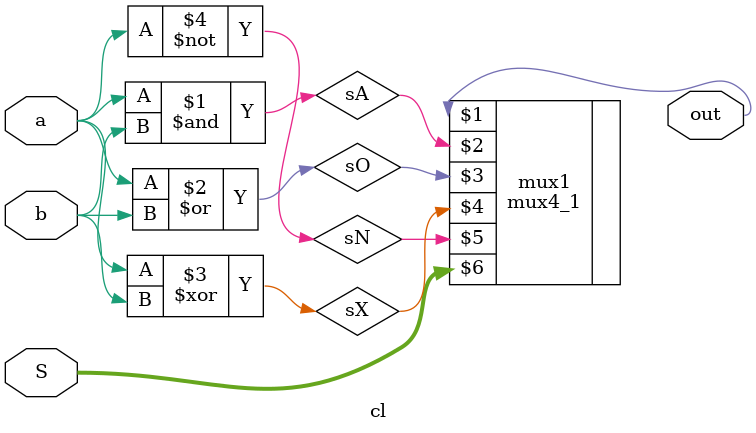
<source format=v>
module cl(output wire out, input wire a, b, input wire [1:0] S);

  wire sA, sO, sX, sN;

  and and1(sA, a, b);
  or or1(sO, a, b);
  xor xor1(sX, a, b);
  not no1(sN, a);

  mux4_1 mux1(out, sA,  sO, sX, sN, S);

endmodule
</source>
